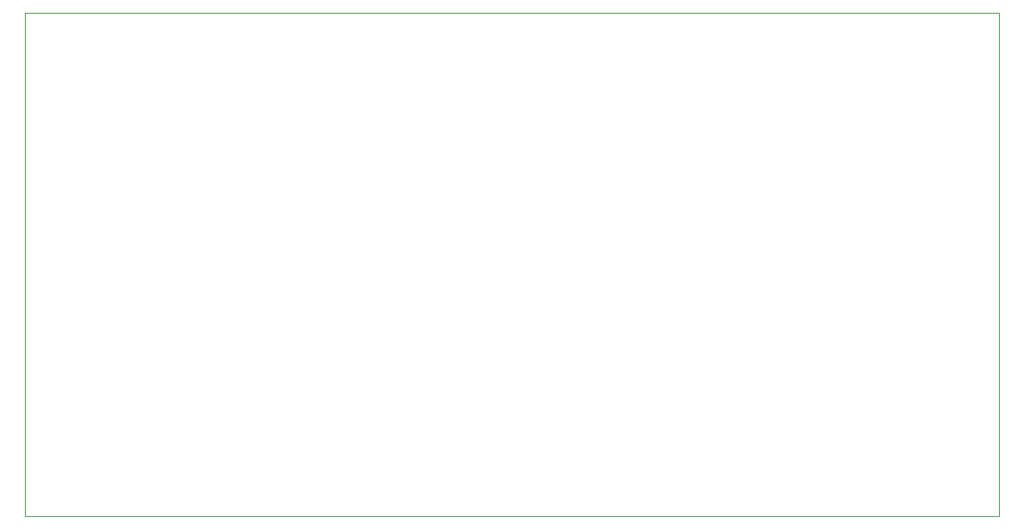
<source format=gbr>
%TF.GenerationSoftware,KiCad,Pcbnew,9.0.7-9.0.7~ubuntu24.04.1*%
%TF.CreationDate,2026-02-22T02:26:07+00:00*%
%TF.ProjectId,led-matrix,6c65642d-6d61-4747-9269-782e6b696361,rev?*%
%TF.SameCoordinates,Original*%
%TF.FileFunction,Profile,NP*%
%FSLAX46Y46*%
G04 Gerber Fmt 4.6, Leading zero omitted, Abs format (unit mm)*
G04 Created by KiCad (PCBNEW 9.0.7-9.0.7~ubuntu24.04.1) date 2026-02-22 02:26:07*
%MOMM*%
%LPD*%
G01*
G04 APERTURE LIST*
%TA.AperFunction,Profile*%
%ADD10C,0.050000*%
%TD*%
G04 APERTURE END LIST*
D10*
X70500000Y-31500000D02*
X173000000Y-31500000D01*
X173000000Y-84500000D01*
X70500000Y-84500000D01*
X70500000Y-31500000D01*
M02*

</source>
